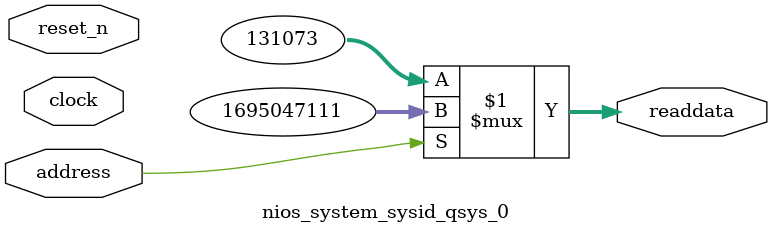
<source format=v>



// synthesis translate_off
`timescale 1ns / 1ps
// synthesis translate_on

// turn off superfluous verilog processor warnings 
// altera message_level Level1 
// altera message_off 10034 10035 10036 10037 10230 10240 10030 

module nios_system_sysid_qsys_0 (
               // inputs:
                address,
                clock,
                reset_n,

               // outputs:
                readdata
             )
;

  output  [ 31: 0] readdata;
  input            address;
  input            clock;
  input            reset_n;

  wire    [ 31: 0] readdata;
  //control_slave, which is an e_avalon_slave
  assign readdata = address ? 1695047111 : 131073;

endmodule



</source>
